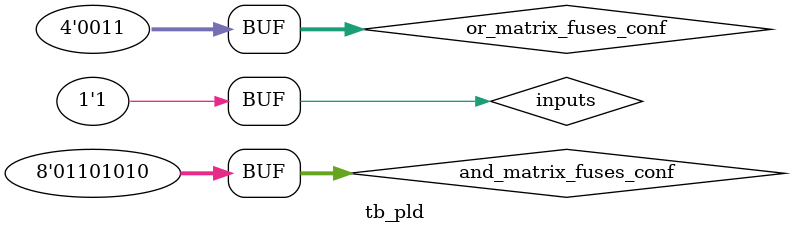
<source format=sv>
module tb_pld;

  localparam unsigned NUM_PORTS_IN = 1;
  localparam unsigned NUM_PORTS_OUT = 1;

  logic [NUM_PORTS_IN - 1 : 0] inputs;
  logic [(2**(NUM_PORTS_IN + 2)) * (NUM_PORTS_IN**2) - 1 : 0] and_matrix_fuses_conf;
  logic [NUM_PORTS_OUT * (2**(2*NUM_PORTS_IN)) - 1 : 0] or_matrix_fuses_conf;
  logic [NUM_PORTS_OUT - 1 : 0] outputs;

`ifndef SYNTHESIS
  pld #(
    .NUM_PORTS_IN (NUM_PORTS_IN),
    .NUM_PORTS_OUT(NUM_PORTS_OUT)
  ) i_dut (
      .inputs_i               (inputs),
      .and_matrix_fuses_conf_i(and_matrix_fuses_conf),
      .or_matrix_fuses_conf_i (or_matrix_fuses_conf),
      .outputs_o              (outputs)
  );
`else
  pld i_dut (
      .inputs_i               (inputs),
      .and_matrix_fuses_conf_i(and_matrix_fuses_conf),
      .or_matrix_fuses_conf_i (or_matrix_fuses_conf),
      .outputs_o              (outputs)
  );
`endif

  initial begin
    // config for 8 bit out 3 bit in
    and_matrix_fuses_conf = 'b01101010;
    or_matrix_fuses_conf  = 'b0011;


    // Testbench Start
    #(10ns);
    inputs = 'b0;
    #(10ns);
    inputs = 'b1;
    #(10ns);
    // Testbench End

  end
endmodule

</source>
